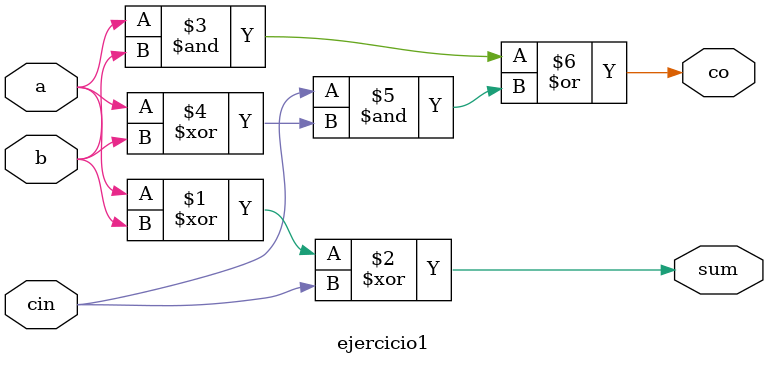
<source format=v>
module ejercicio1 ( input a , input b , input cin , output sum , output co ) ;
assign sum = a ^ b ^ cin ;
assign co = ( a & b ) | cin & ( a ^ b ) ;
endmodule
</source>
